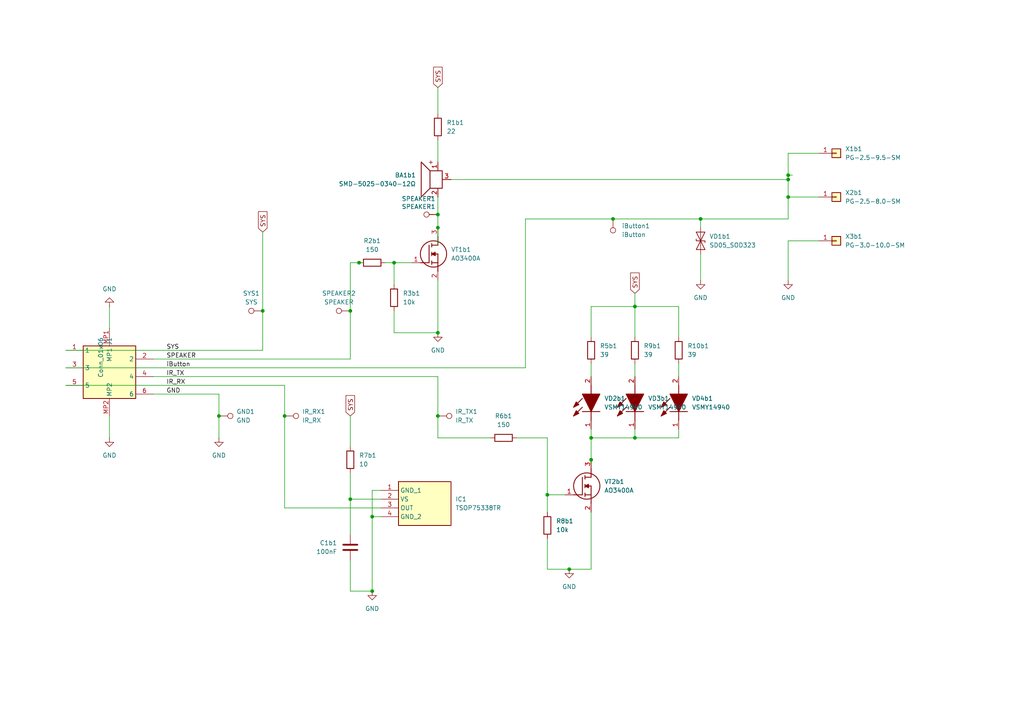
<source format=kicad_sch>
(kicad_sch (version 20231120) (generator "eeschema") (generator_version "8.0")
  (paper "A4")
  (lib_symbols
    (symbol "Connector:TestPoint" (pin_numbers hide) (pin_names (offset 0.762) hide)
      (property "Reference" "TP" (at 0 6.858 0))
      (property "Value" "TestPoint" (at 0 5.08 0))
      (symbol "TestPoint_0_1"
        (circle (center 0 3.302) (radius 0.762))
      )
      (symbol "TestPoint_1_1"
        (pin passive line (at 0 0 90) (length 2.54) (name "1") (number "1"))
      )
    )
    (symbol "Connector_Generic:Conn_01x01" (pin_names (offset 1.016) hide)
      (property "Reference" "J" (at 0 2.54 0))
      (property "Value" "Conn_01x01" (at 0 -2.54 0))
      (symbol "Conn_01x01_1_1"
        (rectangle (start -1.27 0.127) (end 0 -0.127) (stroke (width 0.1524)))
        (rectangle (start -1.27 1.27) (end 1.27 -1.27) (stroke (width 0.254)) (fill (type background)))
        (pin passive line (at -5.08 0 0) (length 3.81) (name "Pin_1") (number "1"))
      )
    )
    (symbol "Device:C" (pin_numbers hide) (pin_names (offset 0.254))
      (property "Reference" "C" (at 0.635 2.54 0))
      (property "Value" "C" (at 0.635 -2.54 0))
      (symbol "C_0_1"
        (polyline (pts (xy -2.032 -0.762) (xy 2.032 -0.762)) (stroke (width 0.508)))
        (polyline (pts (xy -2.032 0.762) (xy 2.032 0.762)) (stroke (width 0.508)))
      )
      (symbol "C_1_1"
        (pin passive line (at 0 3.81 270) (length 2.794) (name "~") (number "1"))
        (pin passive line (at 0 -3.81 90) (length 2.794) (name "~") (number "2"))
      )
    )
    (symbol "Device:R" (pin_numbers hide) (pin_names (offset 0))
      (property "Reference" "R" (at 2.032 0 90))
      (property "Value" "R" (at 0 0 90))
      (symbol "R_0_1"
        (rectangle (start -1.016 -2.54) (end 1.016 2.54) (stroke (width 0.254)))
      )
      (symbol "R_1_1"
        (pin passive line (at 0 3.81 270) (length 1.27) (name "~") (number "1"))
        (pin passive line (at 0 -3.81 90) (length 1.27) (name "~") (number "2"))
      )
    )
    (symbol "Device:Speaker" (pin_names (offset 0) hide)
      (property "Reference" "BA1b1" (at 5.08 0.0001 0))
      (property "Value" "SMD-5025-0340-12Ω" (at 5.08 -2.5399 0))
      (symbol "Speaker_0_0"
        (rectangle (start -2.54 1.27) (end 1.016 -3.81) (stroke (width 0.254)))
        (polyline (pts (xy 1.016 1.27) (xy 3.556 3.81) (xy 3.556 -6.35) (xy 1.016 -3.81)) (stroke (width 0.254)))
      )
      (symbol "Speaker_1_1"
        (text "+" (at 0.762 3.81 0) (effects (font (size 1.27 1.27))))
        (text "-" (at 0.762 -6.096 0) (effects (font (size 1.27 1.27))))
        (pin input line (at -1.27 3.81 270) (length 2.54) (name "+") (number "1"))
        (pin input line (at -1.27 -6.35 90) (length 2.54) (name "-") (number "2"))
        (pin input line (at -5.08 -1.27 0) (length 2.54) (name "3") (number "3"))
      )
    )
    (symbol "Diode:SD05_SOD323" (pin_numbers hide) (pin_names (offset 1.016) hide)
      (property "Reference" "D" (at 0 2.54 0))
      (property "Value" "SD05_SOD323" (at 0 -2.54 0))
      (symbol "SD05_SOD323_0_1"
        (polyline (pts (xy 1.27 0) (xy -1.27 0)))
        (polyline (pts (xy -2.54 -1.27) (xy 0 0) (xy -2.54 1.27) (xy -2.54 -1.27)) (stroke (width 0.2032)))
        (polyline (pts (xy 0.508 1.27) (xy 0 1.27) (xy 0 -1.27) (xy -0.508 -1.27)) (stroke (width 0.2032)))
        (polyline (pts (xy 2.54 1.27) (xy 2.54 -1.27) (xy 0 0) (xy 2.54 1.27)) (stroke (width 0.2032)))
      )
      (symbol "SD05_SOD323_1_1"
        (pin passive line (at -3.81 0 0) (length 2.54) (name "A1") (number "1"))
        (pin passive line (at 3.81 0 180) (length 2.54) (name "A2") (number "2"))
      )
    )
    (symbol "SamacSys_Parts:AFC11-S06ICC-00"
      (property "Reference" "J1" (at 2.54 0.0001 0))
      (property "Value" "Conn_01x06" (at 2.54 -2.5399 0))
      (symbol "AFC11-S06ICC-00_1_1"
        (rectangle (start 5.08 7.62) (end 20.32 -7.62) (stroke (width 0.254)) (fill (type background)))
        (pin passive line (at 6.35 -12.7 90) (length 5.08) (name "1") (number "1"))
        (pin passive line (at 8.89 12.7 270) (length 5.08) (name "2") (number "2"))
        (pin passive line (at 11.43 -12.7 90) (length 5.08) (name "3") (number "3"))
        (pin passive line (at 13.97 12.7 270) (length 5.08) (name "4") (number "4"))
        (pin passive line (at 16.51 -12.7 90) (length 5.08) (name "5") (number "5"))
        (pin passive line (at 19.05 12.7 270) (length 5.08) (name "6") (number "6"))
        (pin passive line (at 0 0 0) (length 5.08) (name "MP1") (number "MP1"))
        (pin passive line (at 25.4 0 180) (length 5.08) (name "MP2") (number "MP2"))
      )
    )
    (symbol "SamacSys_Parts:AO3400A" (pin_names hide)
      (property "Reference" "Q" (at 11.43 3.81 0))
      (property "Value" "AO3400A" (at 11.43 1.27 0))
      (symbol "AO3400A_1_1"
        (polyline (pts (xy 2.54 0) (xy 5.08 0)) (stroke (width 0.254)))
        (polyline (pts (xy 5.08 5.08) (xy 5.08 0)) (stroke (width 0.254)))
        (polyline (pts (xy 5.842 -0.508) (xy 5.842 0.508)) (stroke (width 0.254)))
        (polyline (pts (xy 5.842 0) (xy 7.62 0)) (stroke (width 0.254)))
        (polyline (pts (xy 5.842 2.032) (xy 5.842 3.048)) (stroke (width 0.254)))
        (polyline (pts (xy 5.842 5.588) (xy 5.842 4.572)) (stroke (width 0.254)))
        (polyline (pts (xy 7.62 2.54) (xy 5.842 2.54)) (stroke (width 0.254)))
        (polyline (pts (xy 7.62 2.54) (xy 7.62 -2.54)) (stroke (width 0.254)))
        (polyline (pts (xy 7.62 5.08) (xy 5.842 5.08)) (stroke (width 0.254)))
        (polyline (pts (xy 7.62 5.08) (xy 7.62 7.62)) (stroke (width 0.254)))
        (polyline (pts (xy 5.842 2.54) (xy 6.858 3.048) (xy 6.858 2.032) (xy 5.842 2.54)) (stroke (width 0.254)) (fill (type outline)))
        (circle (center 6.35 2.54) (radius 3.81) (stroke (width 0.254)))
        (pin passive line (at 0 0 0) (length 2.54) (name "G") (number "1"))
        (pin passive line (at 7.62 -5.08 90) (length 2.54) (name "S") (number "2"))
        (pin passive line (at 7.62 10.16 270) (length 2.54) (name "D") (number "3"))
      )
    )
    (symbol "SamacSys_Parts:TSOP75338TR"
      (property "Reference" "IC" (at 21.59 7.62 0))
      (property "Value" "TSOP75338TR" (at 21.59 5.08 0))
      (symbol "TSOP75338TR_1_1"
        (rectangle (start 5.08 2.54) (end 20.32 -10.16) (stroke (width 0.254)) (fill (type background)))
        (pin passive line (at 0 0 0) (length 5.08) (name "GND_1") (number "1"))
        (pin passive line (at 0 -2.54 0) (length 5.08) (name "VS") (number "2"))
        (pin passive line (at 0 -5.08 0) (length 5.08) (name "OUT") (number "3"))
        (pin passive line (at 0 -7.62 0) (length 5.08) (name "GND_2") (number "4"))
      )
    )
    (symbol "SamacSys_Parts:VSMY14940" (pin_names hide)
      (property "Reference" "LED" (at 12.7 8.89 0))
      (property "Value" "VSMY14940" (at 12.7 6.35 0))
      (symbol "VSMY14940_1_1"
        (polyline (pts (xy 2.54 0) (xy 5.08 0)) (stroke (width 0.254)))
        (polyline (pts (xy 5.08 2.54) (xy 5.08 -2.54)) (stroke (width 0.254)))
        (polyline (pts (xy 6.35 2.54) (xy 3.81 5.08)) (stroke (width 0.254)))
        (polyline (pts (xy 8.89 2.54) (xy 6.35 5.08)) (stroke (width 0.254)))
        (polyline (pts (xy 10.16 0) (xy 12.7 0)) (stroke (width 0.254)))
        (polyline (pts (xy 5.08 0) (xy 10.16 2.54) (xy 10.16 -2.54) (xy 5.08 0)) (stroke (width 0.254)) (fill (type outline)))
        (polyline (pts (xy 5.334 4.318) (xy 4.572 3.556) (xy 3.81 5.08) (xy 5.334 4.318)) (stroke (width 0.254)) (fill (type outline)))
        (polyline (pts (xy 7.874 4.318) (xy 7.112 3.556) (xy 6.35 5.08) (xy 7.874 4.318)) (stroke (width 0.254)) (fill (type outline)))
        (pin passive line (at 0 0 0) (length 2.54) (name "K") (number "1"))
        (pin passive line (at 15.24 0 180) (length 2.54) (name "A") (number "2"))
      )
    )
    (symbol "power:GND" (power) (pin_numbers hide) (pin_names (offset 0) hide)
      (property "Value" "GND" (at 0 -3.81 0))
      (symbol "GND_0_1"
        (polyline (pts (xy 0 0) (xy 0 -1.27) (xy 1.27 -1.27) (xy 0 -2.54) (xy -1.27 -1.27) (xy 0 -1.27)))
      )
      (symbol "GND_1_1"
        (pin power_in line (at 0 0 270) (length 0) (name "~") (number "1"))
      )
    )
  )
  (junction (at 165.1 165.1))
  (junction (at 228.6 50.8))
  (junction (at 107.95 149.86))
  (junction (at 63.5 120.65))
  (junction (at 184.15 127))
  (junction (at 171.45 127))
  (junction (at 184.15 88.9))
  (junction (at 177.8 63.5))
  (junction (at 101.6 90.17))
  (junction (at 203.2 63.5))
  (junction (at 228.6 57.15))
  (junction (at 107.95 171.45))
  (junction (at 104.14 76.2))
  (junction (at 158.75 143.51))
  (junction (at 114.3 76.2))
  (junction (at 127 62.23))
  (junction (at 228.6 52.07))
  (junction (at 127 96.52))
  (junction (at 76.2 90.17))
  (junction (at 127 66.04))
  (junction (at 127 120.65))
  (junction (at 101.6 144.78))
  (junction (at 171.45 133.35))
  (junction (at 82.55 120.65))
  (wire (pts (xy 127 62.23) (xy 127 66.04)))
  (wire (pts (xy 152.4 63.5) (xy 177.8 63.5)))
  (wire (pts (xy 19.05 106.68) (xy 152.4 106.68)))
  (wire (pts (xy 44.45 104.14) (xy 101.6 104.14)))
  (wire (pts (xy 228.6 57.15) (xy 228.6 52.07)))
  (wire (pts (xy 82.55 111.76) (xy 82.55 120.65)))
  (wire (pts (xy 107.95 142.24) (xy 107.95 149.86)))
  (wire (pts (xy 130.81 52.07) (xy 228.6 52.07)))
  (wire (pts (xy 101.6 162.56) (xy 101.6 171.45)))
  (wire (pts (xy 127 57.15) (xy 127 62.23)))
  (wire (pts (xy 110.49 144.78) (xy 101.6 144.78)))
  (wire (pts (xy 76.2 67.31) (xy 76.2 90.17)))
  (wire (pts (xy 107.95 149.86) (xy 110.49 149.86)))
  (wire (pts (xy 196.85 127) (xy 184.15 127)))
  (wire (pts (xy 171.45 97.79) (xy 171.45 88.9)))
  (wire (pts (xy 228.6 52.07) (xy 228.6 50.8)))
  (wire (pts (xy 63.5 120.65) (xy 63.5 114.3)))
  (wire (pts (xy 127 46.99) (xy 127 40.64)))
  (wire (pts (xy 228.6 57.15) (xy 237.49 57.15)))
  (wire (pts (xy 229.87 50.8) (xy 228.6 50.8)))
  (wire (pts (xy 101.6 137.16) (xy 101.6 144.78)))
  (wire (pts (xy 196.85 105.41) (xy 196.85 109.22)))
  (wire (pts (xy 105.41 76.2) (xy 104.14 76.2)))
  (wire (pts (xy 158.75 143.51) (xy 163.83 143.51)))
  (wire (pts (xy 196.85 88.9) (xy 184.15 88.9)))
  (wire (pts (xy 114.3 96.52) (xy 127 96.52)))
  (wire (pts (xy 171.45 148.59) (xy 171.45 165.1)))
  (wire (pts (xy 127 81.28) (xy 127 96.52)))
  (wire (pts (xy 184.15 88.9) (xy 184.15 97.79)))
  (wire (pts (xy 158.75 143.51) (xy 158.75 148.59)))
  (wire (pts (xy 101.6 104.14) (xy 101.6 90.17)))
  (wire (pts (xy 237.49 69.85) (xy 228.6 69.85)))
  (wire (pts (xy 101.6 171.45) (xy 107.95 171.45)))
  (wire (pts (xy 114.3 76.2) (xy 114.3 82.55)))
  (wire (pts (xy 31.75 120.65) (xy 31.75 127)))
  (wire (pts (xy 44.45 109.22) (xy 127 109.22)))
  (wire (pts (xy 31.75 88.9) (xy 31.75 95.25)))
  (wire (pts (xy 171.45 127) (xy 184.15 127)))
  (wire (pts (xy 171.45 127) (xy 171.45 133.35)))
  (wire (pts (xy 184.15 85.09) (xy 184.15 88.9)))
  (wire (pts (xy 196.85 124.46) (xy 196.85 127)))
  (wire (pts (xy 177.8 63.5) (xy 203.2 63.5)))
  (wire (pts (xy 114.3 96.52) (xy 114.3 90.17)))
  (wire (pts (xy 203.2 63.5) (xy 203.2 66.04)))
  (wire (pts (xy 107.95 149.86) (xy 107.95 171.45)))
  (wire (pts (xy 110.49 142.24) (xy 107.95 142.24)))
  (wire (pts (xy 127 109.22) (xy 127 120.65)))
  (wire (pts (xy 82.55 120.65) (xy 82.55 147.32)))
  (wire (pts (xy 114.3 76.2) (xy 119.38 76.2)))
  (wire (pts (xy 63.5 127) (xy 63.5 120.65)))
  (wire (pts (xy 184.15 105.41) (xy 184.15 109.22)))
  (wire (pts (xy 171.45 124.46) (xy 171.45 127)))
  (wire (pts (xy 127 25.4) (xy 127 33.02)))
  (wire (pts (xy 184.15 124.46) (xy 184.15 127)))
  (wire (pts (xy 171.45 165.1) (xy 165.1 165.1)))
  (wire (pts (xy 44.45 114.3) (xy 63.5 114.3)))
  (wire (pts (xy 152.4 106.68) (xy 152.4 63.5)))
  (wire (pts (xy 171.45 133.35) (xy 171.45 134.62)))
  (wire (pts (xy 101.6 120.65) (xy 101.6 129.54)))
  (wire (pts (xy 101.6 76.2) (xy 104.14 76.2)))
  (wire (pts (xy 19.05 101.6) (xy 76.2 101.6)))
  (wire (pts (xy 111.76 76.2) (xy 114.3 76.2)))
  (wire (pts (xy 127 66.04) (xy 127 71.12)))
  (wire (pts (xy 76.2 101.6) (xy 76.2 90.17)))
  (wire (pts (xy 228.6 44.45) (xy 228.6 50.8)))
  (wire (pts (xy 127 127) (xy 142.24 127)))
  (wire (pts (xy 19.05 111.76) (xy 82.55 111.76)))
  (wire (pts (xy 127 120.65) (xy 127 127)))
  (wire (pts (xy 158.75 127) (xy 149.86 127)))
  (wire (pts (xy 158.75 156.21) (xy 158.75 165.1)))
  (wire (pts (xy 158.75 127) (xy 158.75 143.51)))
  (wire (pts (xy 101.6 90.17) (xy 101.6 76.2)))
  (wire (pts (xy 228.6 44.45) (xy 237.49 44.45)))
  (wire (pts (xy 171.45 88.9) (xy 184.15 88.9)))
  (wire (pts (xy 158.75 165.1) (xy 165.1 165.1)))
  (wire (pts (xy 228.6 69.85) (xy 228.6 81.28)))
  (wire (pts (xy 228.6 63.5) (xy 228.6 57.15)))
  (wire (pts (xy 101.6 144.78) (xy 101.6 154.94)))
  (wire (pts (xy 171.45 105.41) (xy 171.45 109.22)))
  (wire (pts (xy 196.85 97.79) (xy 196.85 88.9)))
  (wire (pts (xy 203.2 73.66) (xy 203.2 81.28)))
  (wire (pts (xy 82.55 147.32) (xy 110.49 147.32)))
  (wire (pts (xy 203.2 63.5) (xy 228.6 63.5)))
  (label "IR_TX" (at 48.26 109.22 0))
  (label "SPEAKER" (at 48.26 104.14 0))
  (label "IR_RX" (at 48.26 111.76 0))
  (label "GND" (at 48.26 114.3 0))
  (label "SYS" (at 48.26 101.6 0))
  (label "iButton" (at 48.26 106.68 0))
  (global_label "SYS" (shape input) (at 101.6 120.65 90) (property "Intersheetrefs" "${INTERSHEET_REFS}" (effects (hide yes))))
  (global_label "SYS" (shape input) (at 184.15 85.09 90) (property "Intersheetrefs" "${INTERSHEET_REFS}" (effects (hide yes))))
  (global_label "SYS" (shape input) (at 127 25.4 90) (property "Intersheetrefs" "${INTERSHEET_REFS}" (effects (hide yes))))
  (global_label "SYS" (shape input) (at 76.2 67.31 90) (property "Intersheetrefs" "${INTERSHEET_REFS}" (effects (hide yes))))
  (symbol (lib_id "power:GND") (at 31.75 88.9 180) (unit 1)
    (property "Reference" "#PWR08" (effects (hide yes)))
    (property "Value" "GND" (at 31.75 83.82 0))
    (property "Description" "Power symbol creates a global label with name \"GND\" , ground" (effects (hide yes)))
  )
  (symbol (lib_id "power:GND") (at 63.5 127 0) (unit 1)
    (property "Reference" "#PWR04" (effects (hide yes)))
    (property "Value" "GND" (at 63.5 132.08 0))
    (property "Description" "Power symbol creates a global label with name \"GND\" , ground" (effects (hide yes)))
  )
  (symbol (lib_id "SamacSys_Parts:VSMY14940") (at 196.85 124.46 90) (unit 1)
    (property "Reference" "VD4b1" (at 200.66 115.5699 90) (effects (justify right)))
    (property "Value" "VSMY14940" (at 200.66 118.1099 90) (effects (justify right)))
    (property "Footprint" "SamacSys_Parts:LEDC3012X261N" (effects (hide yes)))
    (property "Datasheet" "https://datasheet.datasheetarchive.com/originals/distributors/Datasheets-DGA2/206314.pdf" (effects (hide yes)))
    (property "Description" "IR LED 940nm 90mW/sr 9deg Side-View SMD" (effects (hide yes)))
    (property "Height" "2.61" (effects (hide yes)))
    (property "Manufacturer_Name" "Vishay" (effects (hide yes)))
    (property "Manufacturer_Part_Number" "VSMY14940" (effects (hide yes)))
    (property "Mouser Part Number" "782-VSMY14940" (effects (hide yes)))
    (property "Mouser Price/Stock" "https://www.mouser.co.uk/ProductDetail/Vishay-Semiconductors/VSMY14940?qs=9WVFMhxtvWBVEeVQIIO50g%3D%3D" (effects (hide yes)))
    (property "Arrow Part Number" "VSMY14940" (effects (hide yes)))
    (property "Arrow Price/Stock" "https://www.arrow.com/en/products/vsmy14940/vishay?region=nac" (effects (hide yes)))
  )
  (symbol (lib_id "SamacSys_Parts:TSOP75338TR") (at 110.49 142.24 0) (unit 1)
    (property "Reference" "IC1" (at 132.08 144.7799 0) (effects (justify left)))
    (property "Value" "TSOP75338TR" (at 132.08 147.3199 0) (effects (justify left)))
    (property "Footprint" "SamacSys_Parts:TSOP75338TR" (effects (hide yes)))
    (property "Datasheet" "http://www.vishay.com/docs/82495/tsop753.pdf" (effects (hide yes)))
    (property "Description" "Vishay TSOP75338TR, 38kHz IR Receiver, 950nm +/-50 , 45m Range, 2.5V - 5V, SMT, 6.8 x 3 x 3.2mm" (effects (hide yes)))
    (property "Height" "3.35" (effects (hide yes)))
    (property "Manufacturer_Name" "Vishay" (effects (hide yes)))
    (property "Manufacturer_Part_Number" "TSOP75338TR" (effects (hide yes)))
    (property "Mouser Part Number" "78-TSOP75338TR" (effects (hide yes)))
    (property "Mouser Price/Stock" "https://www.mouser.co.uk/ProductDetail/Vishay-Semiconductors/TSOP75338TR?qs=OZzrG8p9eNh0IrZXKXgo8Q%3D%3D" (effects (hide yes)))
    (property "Arrow Part Number" "TSOP75338TR" (effects (hide yes)))
    (property "Arrow Price/Stock" "https://www.arrow.com/en/products/tsop75338tr/vishay?utm_currency=USD&region=nac" (effects (hide yes)))
  )
  (symbol (lib_id "Device:R") (at 196.85 101.6 0) (unit 1)
    (property "Reference" "R10b1" (at 199.39 100.3299 0) (effects (justify left)))
    (property "Value" "39" (at 199.39 102.8699 0) (effects (justify left)))
    (property "Footprint" "Resistor_SMD:R_0402_1005Metric" (effects (hide yes)))
    (property "Description" "Resistor" (effects (hide yes)))
  )
  (symbol (lib_id "Connector_Generic:Conn_01x01") (at 242.57 57.15 0) (unit 1)
    (property "Reference" "X2b1" (at 245.11 55.8799 0) (effects (justify left)))
    (property "Value" "PG-2.5-8.0-SM" (at 245.11 58.4199 0) (effects (justify left)))
    (property "Footprint" "TestPoint:TestPoint_Pad_D2.0mm" (effects (hide yes)))
    (property "Description" "Generic connector, single row, 01x01, script generated (kicad-library-utils/schlib/autogen/connector/)" (effects (hide yes)))
  )
  (symbol (lib_id "SamacSys_Parts:VSMY14940") (at 171.45 124.46 90) (unit 1)
    (property "Reference" "VD2b1" (at 175.26 115.5699 90) (effects (justify right)))
    (property "Value" "VSMY14940" (at 175.26 118.1099 90) (effects (justify right)))
    (property "Footprint" "SamacSys_Parts:LEDC3012X261N" (effects (hide yes)))
    (property "Datasheet" "https://datasheet.datasheetarchive.com/originals/distributors/Datasheets-DGA2/206314.pdf" (effects (hide yes)))
    (property "Description" "IR LED 940nm 90mW/sr 9deg Side-View SMD" (effects (hide yes)))
    (property "Height" "2.61" (effects (hide yes)))
    (property "Manufacturer_Name" "Vishay" (effects (hide yes)))
    (property "Manufacturer_Part_Number" "VSMY14940" (effects (hide yes)))
    (property "Mouser Part Number" "782-VSMY14940" (effects (hide yes)))
    (property "Mouser Price/Stock" "https://www.mouser.co.uk/ProductDetail/Vishay-Semiconductors/VSMY14940?qs=9WVFMhxtvWBVEeVQIIO50g%3D%3D" (effects (hide yes)))
    (property "Arrow Part Number" "VSMY14940" (effects (hide yes)))
    (property "Arrow Price/Stock" "https://www.arrow.com/en/products/vsmy14940/vishay?region=nac" (effects (hide yes)))
  )
  (symbol (lib_id "Connector:TestPoint") (at 63.5 120.65 270) (unit 1) (in_bom no)
    (property "Reference" "GND1" (at 68.58 119.3799 90) (effects (justify left)))
    (property "Value" "GND" (at 68.58 121.9199 90) (effects (justify left)))
    (property "Footprint" "TestPoint:TestPoint_Pad_1.0x1.0mm" (effects (hide yes)))
    (property "Description" "test point" (effects (hide yes)))
  )
  (symbol (lib_id "Connector:TestPoint") (at 177.8 63.5 180) (unit 1) (in_bom no)
    (property "Reference" "iButton1" (at 180.34 65.5319 0) (effects (justify right)))
    (property "Value" "iButton" (at 180.34 68.0719 0) (effects (justify right)))
    (property "Footprint" "TestPoint:TestPoint_Pad_1.0x1.0mm" (effects (hide yes)))
    (property "Description" "test point" (effects (hide yes)))
  )
  (symbol (lib_id "Connector:TestPoint") (at 127 62.23 90) (unit 1) (in_bom no)
    (property "Reference" "SPEAKER1" (at 121.412 57.658 90))
    (property "Value" "SPEAKER1" (at 121.412 59.944 90))
    (property "Footprint" "TestPoint:TestPoint_Pad_1.0x1.0mm" (effects (hide yes)))
    (property "Description" "test point" (effects (hide yes)))
  )
  (symbol (lib_id "Device:R") (at 171.45 101.6 0) (unit 1)
    (property "Reference" "R5b1" (at 173.99 100.3299 0) (effects (justify left)))
    (property "Value" "39" (at 173.99 102.8699 0) (effects (justify left)))
    (property "Footprint" "Resistor_SMD:R_0402_1005Metric" (effects (hide yes)))
    (property "Description" "Resistor" (effects (hide yes)))
  )
  (symbol (lib_id "Connector_Generic:Conn_01x01") (at 242.57 44.45 0) (unit 1)
    (property "Reference" "X1b1" (at 245.11 43.1799 0) (effects (justify left)))
    (property "Value" "PG-2.5-9.5-SM" (at 245.11 45.7199 0) (effects (justify left)))
    (property "Footprint" "TestPoint:TestPoint_Pad_D2.0mm" (effects (hide yes)))
    (property "Description" "Generic connector, single row, 01x01, script generated (kicad-library-utils/schlib/autogen/connector/)" (effects (hide yes)))
  )
  (symbol (lib_id "Diode:SD05_SOD323") (at 203.2 69.85 90) (unit 1)
    (property "Reference" "VD1b1" (at 205.74 68.5799 90) (effects (justify right)))
    (property "Value" "SD05_SOD323" (at 205.74 71.1199 90) (effects (justify right)))
    (property "Footprint" "Diode_SMD:D_SOD-323" (effects (hide yes)))
    (property "Datasheet" "https://www.littelfuse.com/~/media/electronics/datasheets/tvs_diode_arrays/littelfuse_tvs_diode_array_sd_c_datasheet.pdf.pdf" (effects (hide yes)))
    (property "Description" "5V, 450W Discrete Bidirectional TVS Diode, SOD-323" (effects (hide yes)))
  )
  (symbol (lib_id "Connector:TestPoint") (at 101.6 90.17 90) (unit 1) (in_bom no)
    (property "Reference" "SPEAKER2" (at 98.298 85.09 90))
    (property "Value" "SPEAKER" (at 98.298 87.63 90))
    (property "Footprint" "TestPoint:TestPoint_Pad_1.0x1.0mm" (effects (hide yes)))
    (property "Description" "test point" (effects (hide yes)))
  )
  (symbol (lib_id "SamacSys_Parts:AO3400A") (at 119.38 76.2 0) (unit 1)
    (property "Reference" "VT1b1" (at 130.81 72.3899 0) (effects (justify left)))
    (property "Value" "AO3400A" (at 130.81 74.9299 0) (effects (justify left)))
    (property "Footprint" "SOT95P280X125-3N" (effects (hide yes)))
    (property "Datasheet" "http://aosmd.com/res/data_sheets/AO3400A.pdf" (effects (hide yes)))
    (property "Description" "30V N-Channel MOSFET" (effects (hide yes)))
    (property "Height" "1.25" (effects (hide yes)))
    (property "Manufacturer_Name" "Alpha & Omega Semiconductors" (effects (hide yes)))
    (property "Manufacturer_Part_Number" "AO3400A" (effects (hide yes)))
  )
  (symbol (lib_id "power:GND") (at 203.2 81.28 0) (unit 1)
    (property "Reference" "#PWR02" (effects (hide yes)))
    (property "Value" "GND" (at 203.2 86.36 0))
    (property "Description" "Power symbol creates a global label with name \"GND\" , ground" (effects (hide yes)))
  )
  (symbol (lib_id "SamacSys_Parts:VSMY14940") (at 184.15 124.46 90) (unit 1)
    (property "Reference" "VD3b1" (at 187.96 115.5699 90) (effects (justify right)))
    (property "Value" "VSMY14940" (at 187.96 118.1099 90) (effects (justify right)))
    (property "Footprint" "SamacSys_Parts:LEDC3012X261N" (effects (hide yes)))
    (property "Datasheet" "https://datasheet.datasheetarchive.com/originals/distributors/Datasheets-DGA2/206314.pdf" (effects (hide yes)))
    (property "Description" "IR LED 940nm 90mW/sr 9deg Side-View SMD" (effects (hide yes)))
    (property "Height" "2.61" (effects (hide yes)))
    (property "Manufacturer_Name" "Vishay" (effects (hide yes)))
    (property "Manufacturer_Part_Number" "VSMY14940" (effects (hide yes)))
    (property "Mouser Part Number" "782-VSMY14940" (effects (hide yes)))
    (property "Mouser Price/Stock" "https://www.mouser.co.uk/ProductDetail/Vishay-Semiconductors/VSMY14940?qs=9WVFMhxtvWBVEeVQIIO50g%3D%3D" (effects (hide yes)))
    (property "Arrow Part Number" "VSMY14940" (effects (hide yes)))
    (property "Arrow Price/Stock" "https://www.arrow.com/en/products/vsmy14940/vishay?region=nac" (effects (hide yes)))
  )
  (symbol (lib_id "SamacSys_Parts:AO3400A") (at 163.83 143.51 0) (unit 1)
    (property "Reference" "VT2b1" (at 175.26 139.6999 0) (effects (justify left)))
    (property "Value" "AO3400A" (at 175.26 142.2399 0) (effects (justify left)))
    (property "Footprint" "SOT95P280X125-3N" (effects (hide yes)))
    (property "Datasheet" "http://aosmd.com/res/data_sheets/AO3400A.pdf" (effects (hide yes)))
    (property "Description" "30V N-Channel MOSFET" (effects (hide yes)))
    (property "Height" "1.25" (effects (hide yes)))
    (property "Manufacturer_Name" "Alpha & Omega Semiconductors" (effects (hide yes)))
    (property "Manufacturer_Part_Number" "AO3400A" (effects (hide yes)))
  )
  (symbol (lib_id "power:GND") (at 107.95 171.45 0) (unit 1)
    (property "Reference" "#PWR05" (effects (hide yes)))
    (property "Value" "GND" (at 107.95 176.53 0))
    (property "Description" "Power symbol creates a global label with name \"GND\" , ground" (effects (hide yes)))
  )
  (symbol (lib_id "power:GND") (at 127 96.52 0) (unit 1)
    (property "Reference" "#PWR01" (effects (hide yes)))
    (property "Value" "GND" (at 127 101.6 0))
    (property "Description" "Power symbol creates a global label with name \"GND\" , ground" (effects (hide yes)))
  )
  (symbol (lib_id "Device:R") (at 158.75 152.4 0) (unit 1)
    (property "Reference" "R8b1" (at 161.29 151.1299 0) (effects (justify left)))
    (property "Value" "10k" (at 161.29 153.6699 0) (effects (justify left)))
    (property "Footprint" "Resistor_SMD:R_0402_1005Metric" (effects (hide yes)))
    (property "Description" "Resistor" (effects (hide yes)))
  )
  (symbol (lib_id "Device:R") (at 114.3 86.36 0) (unit 1)
    (property "Reference" "R3b1" (at 116.84 85.0899 0) (effects (justify left)))
    (property "Value" "10k" (at 116.84 87.6299 0) (effects (justify left)))
    (property "Footprint" "Resistor_SMD:R_0402_1005Metric" (effects (hide yes)))
    (property "Description" "Resistor" (effects (hide yes)))
  )
  (symbol (lib_id "SamacSys_Parts:AFC11-S06ICC-00") (at 31.75 95.25 270) (unit 1)
    (property "Reference" "J1" (at 31.7501 97.79 0) (effects (justify left)))
    (property "Value" "Conn_01x06" (at 29.2101 97.79 0) (effects (justify left)))
    (property "Footprint" "SamacSys_Parts:AFC11S06ICC00" (effects (hide yes)))
    (property "Datasheet" "https://datasheet.lcsc.com/szlcsc/1808101733_JUSHUO-AFC11-S06ICC-00_C262300.pdf" (effects (hide yes)))
    (property "Description" "0.5Pitch H=4.4&4.95 FPC ZIF S/A Normal Type3 SMT CONN." (effects (hide yes)))
    (property "Height" "5.65" (effects (hide yes)))
    (property "Manufacturer_Name" "JUSHUO" (effects (hide yes)))
    (property "Manufacturer_Part_Number" "AFC11-S06ICC-00" (effects (hide yes)))
  )
  (symbol (lib_id "Connector_Generic:Conn_01x01") (at 242.57 69.85 0) (unit 1)
    (property "Reference" "X3b1" (at 245.11 68.5799 0) (effects (justify left)))
    (property "Value" "PG-3.0-10.0-SM" (at 245.11 71.1199 0) (effects (justify left)))
    (property "Footprint" "TestPoint:TestPoint_Pad_D2.0mm" (effects (hide yes)))
    (property "Description" "Generic connector, single row, 01x01, script generated (kicad-library-utils/schlib/autogen/connector/)" (effects (hide yes)))
  )
  (symbol (lib_id "Device:R") (at 184.15 101.6 0) (unit 1)
    (property "Reference" "R9b1" (at 186.69 100.3299 0) (effects (justify left)))
    (property "Value" "39" (at 186.69 102.8699 0) (effects (justify left)))
    (property "Footprint" "Resistor_SMD:R_0402_1005Metric" (effects (hide yes)))
    (property "Description" "Resistor" (effects (hide yes)))
  )
  (symbol (lib_id "Device:R") (at 127 36.83 0) (unit 1)
    (property "Reference" "R1b1" (at 129.54 35.5599 0) (effects (justify left)))
    (property "Value" "22" (at 129.54 38.0999 0) (effects (justify left)))
    (property "Footprint" "Resistor_SMD:R_0402_1005Metric" (effects (hide yes)))
    (property "Description" "Resistor" (effects (hide yes)))
  )
  (symbol (lib_id "Connector:TestPoint") (at 82.55 120.65 270) (unit 1) (in_bom no)
    (property "Reference" "IR_RX1" (at 87.63 119.3799 90) (effects (justify left)))
    (property "Value" "IR_RX" (at 87.63 121.9199 90) (effects (justify left)))
    (property "Footprint" "TestPoint:TestPoint_Pad_1.0x1.0mm" (effects (hide yes)))
    (property "Description" "test point" (effects (hide yes)))
  )
  (symbol (lib_id "Device:R") (at 107.95 76.2 270) (unit 1)
    (property "Reference" "R2b1" (at 107.95 69.85 90))
    (property "Value" "150" (at 107.95 72.39 90))
    (property "Footprint" "Resistor_SMD:R_0402_1005Metric" (effects (hide yes)))
    (property "Description" "Resistor" (effects (hide yes)))
  )
  (symbol (lib_id "Device:R") (at 146.05 127 90) (unit 1)
    (property "Reference" "R6b1" (at 146.05 120.65 90))
    (property "Value" "150" (at 146.05 123.19 90))
    (property "Footprint" "Resistor_SMD:R_0402_1005Metric" (effects (hide yes)))
    (property "Description" "Resistor" (effects (hide yes)))
  )
  (symbol (lib_id "power:GND") (at 228.6 81.28 0) (unit 1)
    (property "Reference" "#PWR03" (effects (hide yes)))
    (property "Value" "GND" (at 228.6 86.36 0))
    (property "Description" "Power symbol creates a global label with name \"GND\" , ground" (effects (hide yes)))
  )
  (symbol (lib_id "Connector:TestPoint") (at 127 120.65 270) (unit 1) (in_bom no)
    (property "Reference" "IR_TX1" (at 132.08 119.3799 90) (effects (justify left)))
    (property "Value" "IR_TX" (at 132.08 121.9199 90) (effects (justify left)))
    (property "Footprint" "TestPoint:TestPoint_Pad_1.0x1.0mm" (effects (hide yes)))
    (property "Description" "test point" (effects (hide yes)))
  )
  (symbol (lib_id "Device:Speaker") (at 125.73 50.8 0) (mirror y) (unit 1)
    (property "Reference" "BA1b1" (at 120.65 50.7999 0) (effects (justify left)))
    (property "Value" "SMD-5025-0340-12Ω" (at 120.65 53.3399 0) (effects (justify left)))
    (property "Footprint" "Library:BUZ-SMD_3P-L5.0-W5.0-BL" (effects (hide yes)))
    (property "Description" "Speaker" (effects (hide yes)))
  )
  (symbol (lib_id "power:GND") (at 31.75 127 0) (unit 1)
    (property "Reference" "#PWR07" (effects (hide yes)))
    (property "Value" "GND" (at 31.75 132.08 0))
    (property "Description" "Power symbol creates a global label with name \"GND\" , ground" (effects (hide yes)))
  )
  (symbol (lib_id "power:GND") (at 165.1 165.1 0) (unit 1)
    (property "Reference" "#PWR06" (effects (hide yes)))
    (property "Value" "GND" (at 165.1 170.18 0))
    (property "Description" "Power symbol creates a global label with name \"GND\" , ground" (effects (hide yes)))
  )
  (symbol (lib_id "Device:C") (at 101.6 158.75 0) (mirror y) (unit 1)
    (property "Reference" "C1b1" (at 97.79 157.4799 0) (effects (justify left)))
    (property "Value" "100nF" (at 97.79 160.0199 0) (effects (justify left)))
    (property "Footprint" "Capacitor_SMD:C_0402_1005Metric" (effects (hide yes)))
    (property "Description" "Unpolarized capacitor" (effects (hide yes)))
  )
  (symbol (lib_id "Device:R") (at 101.6 133.35 0) (unit 1)
    (property "Reference" "R7b1" (at 104.14 132.0799 0) (effects (justify left)))
    (property "Value" "10" (at 104.14 134.6199 0) (effects (justify left)))
    (property "Footprint" "Resistor_SMD:R_0402_1005Metric" (effects (hide yes)))
    (property "Description" "Resistor" (effects (hide yes)))
  )
  (symbol (lib_id "Connector:TestPoint") (at 76.2 90.17 90) (unit 1) (in_bom no)
    (property "Reference" "SYS1" (at 72.898 85.09 90))
    (property "Value" "SYS" (at 72.898 87.63 90))
    (property "Footprint" "TestPoint:TestPoint_Pad_1.0x1.0mm" (effects (hide yes)))
    (property "Description" "test point" (effects (hide yes)))
  )
)
</source>
